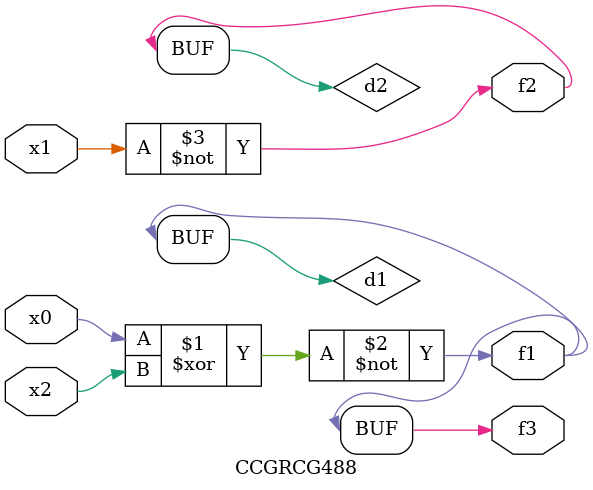
<source format=v>
module CCGRCG488(
	input x0, x1, x2,
	output f1, f2, f3
);

	wire d1, d2, d3;

	xnor (d1, x0, x2);
	nand (d2, x1);
	nor (d3, x1, x2);
	assign f1 = d1;
	assign f2 = d2;
	assign f3 = d1;
endmodule

</source>
